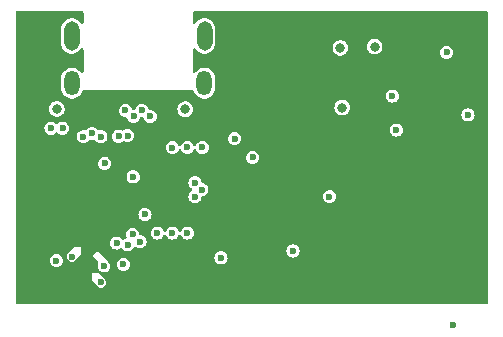
<source format=gbr>
%TF.GenerationSoftware,KiCad,Pcbnew,7.0.7*%
%TF.CreationDate,2023-12-08T19:41:31-05:00*%
%TF.ProjectId,pixie-rev-4,70697869-652d-4726-9576-2d342e6b6963,rev?*%
%TF.SameCoordinates,Original*%
%TF.FileFunction,Copper,L2,Inr*%
%TF.FilePolarity,Positive*%
%FSLAX46Y46*%
G04 Gerber Fmt 4.6, Leading zero omitted, Abs format (unit mm)*
G04 Created by KiCad (PCBNEW 7.0.7) date 2023-12-08 19:41:31*
%MOMM*%
%LPD*%
G01*
G04 APERTURE LIST*
%TA.AperFunction,ComponentPad*%
%ADD10O,1.300000X2.100000*%
%TD*%
%TA.AperFunction,ComponentPad*%
%ADD11O,1.300000X2.500000*%
%TD*%
%TA.AperFunction,ComponentPad*%
%ADD12R,0.900000X0.500000*%
%TD*%
%TA.AperFunction,ViaPad*%
%ADD13C,0.600000*%
%TD*%
%TA.AperFunction,ViaPad*%
%ADD14C,0.681000*%
%TD*%
%TA.AperFunction,ViaPad*%
%ADD15C,0.808000*%
%TD*%
G04 APERTURE END LIST*
D10*
%TO.N,unconnected-(J201-SHEILD-PadS1)*%
%TO.C,J201*%
X165980000Y-46100000D03*
D11*
%TO.N,unconnected-(J201-SHEILD-PadS2)*%
X166000000Y-42100000D03*
D10*
%TO.N,unconnected-(J201-SHEILD-PadS3)*%
X154780000Y-46100000D03*
D11*
%TO.N,unconnected-(J201-SHEILD-PadS4)*%
X154760000Y-42100000D03*
%TD*%
D12*
%TO.N,GND*%
%TO.C,AE301*%
X151500000Y-64550000D03*
%TD*%
D13*
%TO.N,GND*%
X150500000Y-61100000D03*
X163950000Y-61390000D03*
X161220000Y-60280000D03*
X154760000Y-60780000D03*
X166200000Y-50200000D03*
X155050000Y-52750000D03*
X155250000Y-61425000D03*
X151500000Y-53800000D03*
X169400000Y-43300000D03*
X164500000Y-64500000D03*
D14*
X178958290Y-43137499D03*
D13*
X150500000Y-62800000D03*
X152100000Y-49200000D03*
X166500000Y-59700000D03*
X170500000Y-49800000D03*
X150500000Y-59400000D03*
X176400000Y-40500000D03*
X170300000Y-47200000D03*
X168900000Y-59700000D03*
X150500000Y-57700000D03*
X154650000Y-53500000D03*
X173900000Y-61600000D03*
X150500000Y-50900000D03*
X156700000Y-61325000D03*
X155600000Y-64500000D03*
X177075000Y-58275000D03*
X165600000Y-64500000D03*
X158325000Y-57825000D03*
X152300000Y-63700000D03*
X163410000Y-50700000D03*
X188299999Y-40500000D03*
X157300000Y-55050000D03*
X152425000Y-53800000D03*
X189500000Y-52600000D03*
X165950000Y-53985500D03*
X180900000Y-51600000D03*
X171075000Y-53375000D03*
X156400000Y-47280000D03*
X152800000Y-59500000D03*
X173400000Y-52100000D03*
X178900000Y-53900000D03*
X160075000Y-64500000D03*
X163400000Y-64500000D03*
X151800000Y-59500000D03*
X154360000Y-61560000D03*
X180900000Y-52700000D03*
X151275000Y-58700000D03*
X158650000Y-62150000D03*
X168470000Y-57490000D03*
X150500000Y-63700000D03*
X154525000Y-62625000D03*
X153600000Y-62900000D03*
X155225000Y-62150000D03*
X152900000Y-54800000D03*
X189500000Y-62800000D03*
X170900000Y-56600000D03*
X156400000Y-56975000D03*
X150500000Y-56000000D03*
X177800000Y-46700000D03*
X166700000Y-64500000D03*
X152250000Y-51550000D03*
X154500000Y-64500000D03*
X173000000Y-40500000D03*
X150518219Y-64527124D03*
X157825000Y-62400000D03*
X169540000Y-61400000D03*
D14*
X180200000Y-48550000D03*
D13*
X173625000Y-56800000D03*
X158900000Y-64500000D03*
D14*
X180200000Y-49550000D03*
D13*
X157240000Y-62960000D03*
X152275000Y-52600000D03*
X158663243Y-60486757D03*
X154850000Y-51150000D03*
X155400000Y-53950000D03*
X154750000Y-51950000D03*
X150500000Y-44100000D03*
X153800000Y-55300000D03*
X162000000Y-63400000D03*
X173000000Y-46800000D03*
X155950000Y-63900000D03*
X153000000Y-63600000D03*
X150500000Y-54300000D03*
X157300000Y-55925000D03*
X152000000Y-46000000D03*
X152500000Y-60700000D03*
X157275000Y-56950000D03*
X156700000Y-64500000D03*
X166900000Y-49750000D03*
X158275000Y-63275000D03*
X189500000Y-42400000D03*
X169600000Y-40500000D03*
X175300000Y-42300000D03*
X161200000Y-64500000D03*
X151400000Y-63700000D03*
X159175000Y-55925000D03*
X164730000Y-50330000D03*
X180700000Y-63700000D03*
X152100000Y-50540000D03*
X168600000Y-53750000D03*
X165500000Y-58800000D03*
X165200000Y-56900000D03*
X150500000Y-40700000D03*
X155300000Y-59500000D03*
X175500000Y-44600000D03*
X168600000Y-52278111D03*
X172800000Y-43500000D03*
X174700000Y-58700000D03*
X166897954Y-47398977D03*
X175750000Y-48300000D03*
X157500000Y-61600000D03*
X161850000Y-54025000D03*
X159900000Y-62700000D03*
X175000000Y-54000000D03*
X189500000Y-59400000D03*
X152600000Y-64429978D03*
X153400000Y-40500000D03*
X158300000Y-55925000D03*
X180700000Y-45300000D03*
X156400000Y-55925000D03*
X162600000Y-56900000D03*
X161274204Y-51816717D03*
X187800000Y-55600000D03*
X166900000Y-51250000D03*
X181500000Y-40500000D03*
X152300000Y-42500000D03*
X183600000Y-50690000D03*
X159175000Y-56950000D03*
X153500000Y-58800000D03*
X165425000Y-49250000D03*
X189500000Y-45800000D03*
X154100000Y-52800000D03*
X162300000Y-64500000D03*
X162610000Y-61394500D03*
X155100000Y-49850000D03*
X155050000Y-64100000D03*
X153500000Y-51500000D03*
X156550000Y-63425000D03*
X150500000Y-47500000D03*
X167100000Y-44000000D03*
X163900000Y-56900000D03*
X153400000Y-44500000D03*
X164380000Y-47280000D03*
X158300000Y-55050000D03*
X170530000Y-58730000D03*
X155300000Y-58870000D03*
X163500000Y-54025000D03*
X186000000Y-53000000D03*
X166800000Y-56475000D03*
X157800000Y-64500000D03*
X184900000Y-40500000D03*
X189500000Y-56000000D03*
X158300000Y-56975000D03*
X153800000Y-56100000D03*
X189500000Y-49200000D03*
%TO.N,/SW_4*%
X158550000Y-59631757D03*
X187000000Y-66600000D03*
%TO.N,/SW_1*%
X181900000Y-47175000D03*
X165190000Y-54510000D03*
%TO.N,/SW_2*%
X176570000Y-55700000D03*
X165190000Y-55700000D03*
%TO.N,/PIXEL*%
X182238556Y-50050000D03*
X186500000Y-43475000D03*
X165770000Y-55110000D03*
%TO.N,/SW_3*%
X159925000Y-58887500D03*
X173500000Y-60300000D03*
D15*
%TO.N,5V*%
X177650000Y-48150000D03*
X177500000Y-43100000D03*
X180400000Y-43000000D03*
X153500000Y-48270000D03*
X164375000Y-48300000D03*
D13*
%TO.N,3V3*%
X160960000Y-57200000D03*
X159960000Y-54020000D03*
X159125000Y-61425000D03*
X160545000Y-59507828D03*
X153450000Y-61125000D03*
%TO.N,/MCU/CHIP_PU*%
X188300000Y-48775000D03*
X167390000Y-60875000D03*
X159500000Y-59774500D03*
%TO.N,/Power/USB_D+*%
X160700000Y-48400000D03*
X159300000Y-48400000D03*
X153000000Y-49900000D03*
%TO.N,/Power/USB_D-*%
X160000000Y-48900000D03*
X161400000Y-48900000D03*
X154000000Y-49900000D03*
%TO.N,/MCU/DISP_DC*%
X170075000Y-52375000D03*
X168554622Y-50774500D03*
%TO.N,/MCU/FLASH_CS0*%
X162000000Y-58780000D03*
X157550000Y-52875000D03*
%TO.N,/MCU/FLASH_IO0*%
X156475000Y-50340000D03*
X165805000Y-51530000D03*
%TO.N,/MCU/FLASH_IO2*%
X158720000Y-50580000D03*
X164550000Y-58775000D03*
%TO.N,/MCU/FLASH_CLK*%
X164550000Y-51525000D03*
X157225000Y-50610000D03*
%TO.N,/MCU/FLASH_IO1*%
X163275000Y-58775000D03*
X155730000Y-50610000D03*
%TO.N,/MCU/FLASH_IO3*%
X159480000Y-50521770D03*
X163275000Y-51540000D03*
%TD*%
%TA.AperFunction,Conductor*%
%TO.N,GND*%
G36*
X155701621Y-40020502D02*
G01*
X155748114Y-40074158D01*
X155759500Y-40126500D01*
X155759500Y-40951947D01*
X155739498Y-41020068D01*
X155685842Y-41066561D01*
X155615568Y-41076665D01*
X155550988Y-41047171D01*
X155524381Y-41014948D01*
X155495785Y-40965419D01*
X155495784Y-40965418D01*
X155368561Y-40824122D01*
X155214741Y-40712365D01*
X155041045Y-40635031D01*
X154855067Y-40595500D01*
X154664933Y-40595500D01*
X154478954Y-40635031D01*
X154305258Y-40712365D01*
X154151438Y-40824122D01*
X154024215Y-40965418D01*
X154024215Y-40965419D01*
X153929148Y-41130077D01*
X153870391Y-41310908D01*
X153855500Y-41452593D01*
X153855500Y-42747406D01*
X153870391Y-42889091D01*
X153903388Y-42990644D01*
X153929147Y-43069920D01*
X154024214Y-43234580D01*
X154151438Y-43375877D01*
X154305259Y-43487635D01*
X154478955Y-43564969D01*
X154664933Y-43604500D01*
X154855067Y-43604500D01*
X155041045Y-43564969D01*
X155214741Y-43487635D01*
X155368562Y-43375877D01*
X155495786Y-43234580D01*
X155524381Y-43185051D01*
X155575764Y-43136059D01*
X155645477Y-43122623D01*
X155711388Y-43149009D01*
X155752570Y-43206842D01*
X155759500Y-43248052D01*
X155759500Y-45117306D01*
X155739498Y-45185427D01*
X155685842Y-45231920D01*
X155615568Y-45242024D01*
X155550988Y-45212530D01*
X155524382Y-45180309D01*
X155515786Y-45165420D01*
X155388562Y-45024123D01*
X155234741Y-44912365D01*
X155061045Y-44835031D01*
X154875067Y-44795500D01*
X154684933Y-44795500D01*
X154498954Y-44835031D01*
X154325258Y-44912365D01*
X154171438Y-45024122D01*
X154044215Y-45165418D01*
X154044214Y-45165420D01*
X154032663Y-45185427D01*
X153949148Y-45330077D01*
X153890391Y-45510908D01*
X153875500Y-45652593D01*
X153875500Y-46547406D01*
X153890391Y-46689091D01*
X153919775Y-46779523D01*
X153949147Y-46869920D01*
X154044214Y-47034580D01*
X154171438Y-47175877D01*
X154325259Y-47287635D01*
X154498955Y-47364969D01*
X154684933Y-47404500D01*
X154875067Y-47404500D01*
X155061045Y-47364969D01*
X155234741Y-47287635D01*
X155388562Y-47175877D01*
X155515786Y-47034580D01*
X155610853Y-46869920D01*
X155653848Y-46737594D01*
X155693922Y-46678989D01*
X155737176Y-46660709D01*
X155736924Y-46660098D01*
X155736982Y-46660074D01*
X155740186Y-46659437D01*
X155759318Y-46651352D01*
X155773604Y-46650531D01*
X155785023Y-46650524D01*
X155785023Y-46650526D01*
X155785158Y-46650500D01*
X164974842Y-46650500D01*
X164974976Y-46650526D01*
X164974977Y-46650524D01*
X164986395Y-46650531D01*
X165010095Y-46657505D01*
X165023018Y-46660074D01*
X165023076Y-46660098D01*
X165022623Y-46661192D01*
X165054504Y-46670575D01*
X165100964Y-46724259D01*
X165106151Y-46737594D01*
X165119775Y-46779523D01*
X165149147Y-46869920D01*
X165244214Y-47034580D01*
X165371438Y-47175877D01*
X165525259Y-47287635D01*
X165698955Y-47364969D01*
X165884933Y-47404500D01*
X166075067Y-47404500D01*
X166261045Y-47364969D01*
X166434741Y-47287635D01*
X166588562Y-47175877D01*
X166589352Y-47175000D01*
X181340715Y-47175000D01*
X181359771Y-47319752D01*
X181415644Y-47454641D01*
X181415649Y-47454649D01*
X181504525Y-47570474D01*
X181620350Y-47659350D01*
X181620357Y-47659355D01*
X181755246Y-47715228D01*
X181822500Y-47724082D01*
X181899999Y-47734285D01*
X181899999Y-47734284D01*
X181900000Y-47734285D01*
X182044754Y-47715228D01*
X182179643Y-47659355D01*
X182295474Y-47570474D01*
X182384355Y-47454643D01*
X182440228Y-47319754D01*
X182459285Y-47175000D01*
X182440228Y-47030246D01*
X182384355Y-46895358D01*
X182295474Y-46779526D01*
X182295472Y-46779524D01*
X182295471Y-46779523D01*
X182179649Y-46690649D01*
X182179641Y-46690644D01*
X182044752Y-46634771D01*
X181900000Y-46615715D01*
X181755247Y-46634771D01*
X181700364Y-46657505D01*
X181620358Y-46690645D01*
X181620357Y-46690646D01*
X181620356Y-46690646D01*
X181504526Y-46779526D01*
X181415646Y-46895356D01*
X181415645Y-46895358D01*
X181387708Y-46962802D01*
X181359771Y-47030247D01*
X181340715Y-47174999D01*
X181340715Y-47175000D01*
X166589352Y-47175000D01*
X166715786Y-47034580D01*
X166810853Y-46869920D01*
X166869608Y-46689092D01*
X166884500Y-46547401D01*
X166884500Y-45652599D01*
X166869608Y-45510908D01*
X166810853Y-45330080D01*
X166715786Y-45165420D01*
X166588562Y-45024123D01*
X166434741Y-44912365D01*
X166261045Y-44835031D01*
X166075067Y-44795500D01*
X165884933Y-44795500D01*
X165698954Y-44835031D01*
X165525258Y-44912365D01*
X165371438Y-45024122D01*
X165244215Y-45165418D01*
X165244212Y-45165422D01*
X165235617Y-45180310D01*
X165184233Y-45229302D01*
X165114519Y-45242737D01*
X165048609Y-45216349D01*
X165007428Y-45158516D01*
X165000499Y-45117308D01*
X165000499Y-43330246D01*
X165000499Y-43248049D01*
X165020501Y-43179930D01*
X165074157Y-43133437D01*
X165144431Y-43123333D01*
X165209011Y-43152827D01*
X165235616Y-43185048D01*
X165264214Y-43234580D01*
X165391438Y-43375877D01*
X165545259Y-43487635D01*
X165718955Y-43564969D01*
X165904933Y-43604500D01*
X166095067Y-43604500D01*
X166281045Y-43564969D01*
X166454741Y-43487635D01*
X166608562Y-43375877D01*
X166735786Y-43234580D01*
X166813485Y-43100002D01*
X176836664Y-43100002D01*
X176855937Y-43258742D01*
X176855938Y-43258746D01*
X176912644Y-43408265D01*
X176912647Y-43408271D01*
X177003484Y-43539871D01*
X177003485Y-43539872D01*
X177003486Y-43539873D01*
X177123182Y-43645915D01*
X177264778Y-43720230D01*
X177420044Y-43758500D01*
X177420045Y-43758500D01*
X177579955Y-43758500D01*
X177579956Y-43758500D01*
X177735222Y-43720230D01*
X177876818Y-43645915D01*
X177996514Y-43539873D01*
X178087355Y-43408268D01*
X178144061Y-43258747D01*
X178146996Y-43234581D01*
X178163336Y-43100002D01*
X178163336Y-43099997D01*
X178151195Y-43000002D01*
X179736664Y-43000002D01*
X179755937Y-43158742D01*
X179755938Y-43158746D01*
X179812644Y-43308265D01*
X179812647Y-43308271D01*
X179903484Y-43439871D01*
X179903485Y-43439872D01*
X179903486Y-43439873D01*
X180023182Y-43545915D01*
X180164778Y-43620230D01*
X180320044Y-43658500D01*
X180320045Y-43658500D01*
X180479955Y-43658500D01*
X180479956Y-43658500D01*
X180635222Y-43620230D01*
X180776818Y-43545915D01*
X180856864Y-43475000D01*
X185940715Y-43475000D01*
X185959771Y-43619752D01*
X186015644Y-43754641D01*
X186015649Y-43754649D01*
X186104525Y-43870474D01*
X186220350Y-43959350D01*
X186220357Y-43959355D01*
X186355246Y-44015228D01*
X186427623Y-44024756D01*
X186499999Y-44034285D01*
X186499999Y-44034284D01*
X186500000Y-44034285D01*
X186644754Y-44015228D01*
X186779643Y-43959355D01*
X186895474Y-43870474D01*
X186984355Y-43754643D01*
X187040228Y-43619754D01*
X187059285Y-43475000D01*
X187054660Y-43439873D01*
X187040228Y-43330247D01*
X187040228Y-43330246D01*
X186984355Y-43195358D01*
X186895474Y-43079526D01*
X186895472Y-43079524D01*
X186895471Y-43079523D01*
X186779649Y-42990649D01*
X186779641Y-42990644D01*
X186644752Y-42934771D01*
X186500000Y-42915715D01*
X186355247Y-42934771D01*
X186287802Y-42962708D01*
X186220358Y-42990645D01*
X186220357Y-42990646D01*
X186220356Y-42990646D01*
X186104526Y-43079526D01*
X186015646Y-43195356D01*
X186015645Y-43195358D01*
X185999400Y-43234577D01*
X185959771Y-43330247D01*
X185940715Y-43474999D01*
X185940715Y-43475000D01*
X180856864Y-43475000D01*
X180896514Y-43439873D01*
X180987355Y-43308268D01*
X181044061Y-43158747D01*
X181045244Y-43149009D01*
X181063336Y-43000002D01*
X181063336Y-42999997D01*
X181044062Y-42841257D01*
X181044061Y-42841253D01*
X181025280Y-42791732D01*
X180987355Y-42691732D01*
X180896514Y-42560127D01*
X180776818Y-42454085D01*
X180776817Y-42454084D01*
X180776813Y-42454082D01*
X180635220Y-42379769D01*
X180479957Y-42341500D01*
X180479956Y-42341500D01*
X180320044Y-42341500D01*
X180320042Y-42341500D01*
X180164779Y-42379769D01*
X180023186Y-42454082D01*
X180023182Y-42454084D01*
X179903484Y-42560128D01*
X179812647Y-42691728D01*
X179812644Y-42691734D01*
X179755938Y-42841253D01*
X179755937Y-42841257D01*
X179736664Y-42999997D01*
X179736664Y-43000002D01*
X178151195Y-43000002D01*
X178144062Y-42941257D01*
X178144061Y-42941253D01*
X178124279Y-42889092D01*
X178087355Y-42791732D01*
X177996514Y-42660127D01*
X177876818Y-42554085D01*
X177876817Y-42554084D01*
X177876813Y-42554082D01*
X177735220Y-42479769D01*
X177579957Y-42441500D01*
X177579956Y-42441500D01*
X177420044Y-42441500D01*
X177420042Y-42441500D01*
X177264779Y-42479769D01*
X177123186Y-42554082D01*
X177123182Y-42554084D01*
X177003484Y-42660128D01*
X176912647Y-42791728D01*
X176912644Y-42791734D01*
X176855938Y-42941253D01*
X176855937Y-42941257D01*
X176836664Y-43099997D01*
X176836664Y-43100002D01*
X166813485Y-43100002D01*
X166830853Y-43069920D01*
X166889608Y-42889092D01*
X166904500Y-42747401D01*
X166904500Y-41452599D01*
X166889608Y-41310908D01*
X166830853Y-41130080D01*
X166735786Y-40965420D01*
X166608562Y-40824123D01*
X166454741Y-40712365D01*
X166281045Y-40635031D01*
X166095067Y-40595500D01*
X165904933Y-40595500D01*
X165718954Y-40635031D01*
X165545258Y-40712365D01*
X165391438Y-40824122D01*
X165264215Y-40965418D01*
X165264215Y-40965419D01*
X165235617Y-41014950D01*
X165184233Y-41063942D01*
X165114519Y-41077376D01*
X165048609Y-41050988D01*
X165007428Y-40993155D01*
X165000499Y-40951952D01*
X165000499Y-40126500D01*
X165020502Y-40058379D01*
X165074158Y-40011886D01*
X165126500Y-40000500D01*
X189873500Y-40000500D01*
X189941621Y-40020502D01*
X189988114Y-40074158D01*
X189999500Y-40126500D01*
X189999500Y-64674000D01*
X189979498Y-64742121D01*
X189925842Y-64788614D01*
X189873500Y-64800000D01*
X150126500Y-64800000D01*
X150058379Y-64779998D01*
X150011886Y-64726342D01*
X150000500Y-64674000D01*
X150000500Y-62200000D01*
X156440000Y-62200000D01*
X156450000Y-62750000D01*
X157130000Y-63390000D01*
X157380000Y-63390000D01*
X157640000Y-63110000D01*
X157640000Y-62820000D01*
X157573386Y-62749999D01*
X157050002Y-62200000D01*
X157050000Y-62200000D01*
X156440000Y-62200000D01*
X150000500Y-62200000D01*
X150000500Y-61125000D01*
X152890715Y-61125000D01*
X152909771Y-61269752D01*
X152965644Y-61404641D01*
X152965649Y-61404649D01*
X153054525Y-61520474D01*
X153118748Y-61569754D01*
X153170357Y-61609355D01*
X153305246Y-61665228D01*
X153450000Y-61684285D01*
X153594754Y-61665228D01*
X153729643Y-61609355D01*
X153845474Y-61520474D01*
X153934355Y-61404643D01*
X153990228Y-61269754D01*
X154009285Y-61125000D01*
X153990228Y-60980246D01*
X153961131Y-60910000D01*
X154370000Y-60910000D01*
X154630000Y-61190000D01*
X154880000Y-61190000D01*
X155414689Y-60686763D01*
X156488235Y-60686763D01*
X156964449Y-61177792D01*
X156997516Y-61240618D01*
X157000000Y-61265513D01*
X157000000Y-61600006D01*
X157020252Y-61740859D01*
X157020254Y-61740866D01*
X157079373Y-61870320D01*
X157079374Y-61870321D01*
X157172570Y-61977875D01*
X157183694Y-61985024D01*
X157186928Y-61988756D01*
X157190668Y-61989668D01*
X157195662Y-61992715D01*
X157292292Y-62054816D01*
X157408551Y-62088952D01*
X157428839Y-62094910D01*
X157428840Y-62094910D01*
X157428843Y-62094911D01*
X157428846Y-62094911D01*
X157571154Y-62094911D01*
X157571157Y-62094911D01*
X157707708Y-62054816D01*
X157827430Y-61977875D01*
X157920627Y-61870320D01*
X157979746Y-61740866D01*
X157984955Y-61704641D01*
X158000000Y-61600003D01*
X158000000Y-61599996D01*
X157979747Y-61459140D01*
X157979746Y-61459139D01*
X157979746Y-61459134D01*
X157967011Y-61431250D01*
X157966113Y-61425000D01*
X158565715Y-61425000D01*
X158584771Y-61569752D01*
X158640644Y-61704641D01*
X158640649Y-61704649D01*
X158729525Y-61820474D01*
X158794487Y-61870321D01*
X158845357Y-61909355D01*
X158980246Y-61965228D01*
X159125000Y-61984285D01*
X159269754Y-61965228D01*
X159404643Y-61909355D01*
X159520474Y-61820474D01*
X159609355Y-61704643D01*
X159665228Y-61569754D01*
X159684285Y-61425000D01*
X159665228Y-61280246D01*
X159609355Y-61145358D01*
X159520474Y-61029526D01*
X159520472Y-61029524D01*
X159520471Y-61029523D01*
X159404649Y-60940649D01*
X159404641Y-60940644D01*
X159269752Y-60884771D01*
X159195530Y-60875000D01*
X166830715Y-60875000D01*
X166849771Y-61019752D01*
X166905644Y-61154641D01*
X166905649Y-61154649D01*
X166994525Y-61270474D01*
X167110350Y-61359350D01*
X167110357Y-61359355D01*
X167245246Y-61415228D01*
X167390000Y-61434285D01*
X167534754Y-61415228D01*
X167669643Y-61359355D01*
X167785474Y-61270474D01*
X167874355Y-61154643D01*
X167930228Y-61019754D01*
X167949285Y-60875000D01*
X167945382Y-60845357D01*
X167939756Y-60802622D01*
X167930228Y-60730246D01*
X167874355Y-60595358D01*
X167785474Y-60479526D01*
X167785472Y-60479524D01*
X167785471Y-60479523D01*
X167669649Y-60390649D01*
X167669641Y-60390644D01*
X167534752Y-60334771D01*
X167390000Y-60315715D01*
X167245247Y-60334771D01*
X167177801Y-60362708D01*
X167110358Y-60390645D01*
X167110357Y-60390646D01*
X167110356Y-60390646D01*
X166994526Y-60479526D01*
X166905646Y-60595356D01*
X166905645Y-60595358D01*
X166886886Y-60640646D01*
X166849771Y-60730247D01*
X166830715Y-60874999D01*
X166830715Y-60875000D01*
X159195530Y-60875000D01*
X159125000Y-60865715D01*
X158980247Y-60884771D01*
X158919341Y-60910000D01*
X158845358Y-60940645D01*
X158845357Y-60940646D01*
X158845356Y-60940646D01*
X158729526Y-61029526D01*
X158640646Y-61145356D01*
X158640645Y-61145358D01*
X158616479Y-61203700D01*
X158584771Y-61280247D01*
X158565715Y-61424999D01*
X158565715Y-61425000D01*
X157966113Y-61425000D01*
X157960811Y-61388122D01*
X157941038Y-61364122D01*
X157923670Y-61336343D01*
X157920627Y-61329681D01*
X157920626Y-61329679D01*
X157827430Y-61222125D01*
X157823596Y-61218803D01*
X157808864Y-61203700D01*
X157716053Y-61091053D01*
X157716054Y-61091053D01*
X156912499Y-60262499D01*
X156488235Y-60686763D01*
X155414689Y-60686763D01*
X155560000Y-60550000D01*
X155570000Y-60000000D01*
X154960000Y-60000000D01*
X154959998Y-60000000D01*
X154370000Y-60619999D01*
X154370000Y-60620000D01*
X154370000Y-60910000D01*
X153961131Y-60910000D01*
X153934355Y-60845358D01*
X153845474Y-60729526D01*
X153845472Y-60729524D01*
X153845471Y-60729523D01*
X153729649Y-60640649D01*
X153729641Y-60640644D01*
X153594752Y-60584771D01*
X153450000Y-60565715D01*
X153305247Y-60584771D01*
X153279689Y-60595358D01*
X153170358Y-60640645D01*
X153170357Y-60640646D01*
X153170356Y-60640646D01*
X153054526Y-60729526D01*
X152965646Y-60845356D01*
X152965645Y-60845358D01*
X152949319Y-60884772D01*
X152909771Y-60980247D01*
X152890715Y-61124999D01*
X152890715Y-61125000D01*
X150000500Y-61125000D01*
X150000500Y-59631757D01*
X157990715Y-59631757D01*
X158009771Y-59776509D01*
X158065644Y-59911398D01*
X158065649Y-59911406D01*
X158154525Y-60027231D01*
X158270350Y-60116107D01*
X158270357Y-60116112D01*
X158405246Y-60171985D01*
X158550000Y-60191042D01*
X158694754Y-60171985D01*
X158829643Y-60116112D01*
X158876680Y-60080018D01*
X158942899Y-60054418D01*
X159012448Y-60068682D01*
X159053346Y-60103276D01*
X159063196Y-60116112D01*
X159093225Y-60155247D01*
X159104527Y-60169975D01*
X159107146Y-60171985D01*
X159220357Y-60258855D01*
X159355246Y-60314728D01*
X159500000Y-60333785D01*
X159644754Y-60314728D01*
X159680310Y-60300000D01*
X172940715Y-60300000D01*
X172959771Y-60444752D01*
X173015644Y-60579641D01*
X173015649Y-60579649D01*
X173104525Y-60695474D01*
X173220350Y-60784350D01*
X173220357Y-60784355D01*
X173355246Y-60840228D01*
X173500000Y-60859285D01*
X173644754Y-60840228D01*
X173779643Y-60784355D01*
X173895474Y-60695474D01*
X173984355Y-60579643D01*
X174040228Y-60444754D01*
X174059285Y-60300000D01*
X174040228Y-60155246D01*
X173984355Y-60020358D01*
X173895474Y-59904526D01*
X173895472Y-59904524D01*
X173895471Y-59904523D01*
X173779649Y-59815649D01*
X173779641Y-59815644D01*
X173644752Y-59759771D01*
X173500000Y-59740715D01*
X173355247Y-59759771D01*
X173301943Y-59781851D01*
X173220358Y-59815645D01*
X173220357Y-59815646D01*
X173220356Y-59815646D01*
X173104526Y-59904526D01*
X173015646Y-60020356D01*
X173015645Y-60020358D01*
X172990932Y-60080019D01*
X172959771Y-60155247D01*
X172940715Y-60299999D01*
X172940715Y-60300000D01*
X159680310Y-60300000D01*
X159779643Y-60258855D01*
X159895474Y-60169974D01*
X159984355Y-60054143D01*
X160008764Y-59995214D01*
X160053309Y-59939936D01*
X160120672Y-59917514D01*
X160189464Y-59935072D01*
X160201873Y-59943469D01*
X160265357Y-59992183D01*
X160400246Y-60048056D01*
X160448571Y-60054418D01*
X160544999Y-60067113D01*
X160544999Y-60067112D01*
X160545000Y-60067113D01*
X160689754Y-60048056D01*
X160824643Y-59992183D01*
X160940474Y-59903302D01*
X161029355Y-59787471D01*
X161085228Y-59652582D01*
X161104285Y-59507828D01*
X161102577Y-59494858D01*
X161085228Y-59363075D01*
X161085228Y-59363074D01*
X161029355Y-59228186D01*
X160940474Y-59112354D01*
X160940472Y-59112352D01*
X160940471Y-59112351D01*
X160824649Y-59023477D01*
X160824641Y-59023472D01*
X160689752Y-58967599D01*
X160587247Y-58954104D01*
X160522320Y-58925381D01*
X160483229Y-58866115D01*
X160478773Y-58845633D01*
X160470132Y-58780000D01*
X161440715Y-58780000D01*
X161459771Y-58924752D01*
X161515644Y-59059641D01*
X161515649Y-59059649D01*
X161604525Y-59175474D01*
X161720350Y-59264350D01*
X161720357Y-59264355D01*
X161855246Y-59320228D01*
X162000000Y-59339285D01*
X162144754Y-59320228D01*
X162279643Y-59264355D01*
X162395474Y-59175474D01*
X162484355Y-59059643D01*
X162522128Y-58968449D01*
X162566674Y-58913172D01*
X162634037Y-58890751D01*
X162702828Y-58908309D01*
X162751207Y-58960271D01*
X162754937Y-58968438D01*
X162790645Y-59054643D01*
X162790647Y-59054646D01*
X162790649Y-59054649D01*
X162879525Y-59170474D01*
X162995350Y-59259350D01*
X162995357Y-59259355D01*
X163130246Y-59315228D01*
X163275000Y-59334285D01*
X163419754Y-59315228D01*
X163554643Y-59259355D01*
X163670474Y-59170474D01*
X163759355Y-59054643D01*
X163796092Y-58965951D01*
X163840639Y-58910672D01*
X163908003Y-58888251D01*
X163976794Y-58905809D01*
X164025172Y-58957771D01*
X164028901Y-58965936D01*
X164052734Y-59023472D01*
X164065644Y-59054641D01*
X164065649Y-59054649D01*
X164154525Y-59170474D01*
X164270350Y-59259350D01*
X164270357Y-59259355D01*
X164405246Y-59315228D01*
X164550000Y-59334285D01*
X164694754Y-59315228D01*
X164829643Y-59259355D01*
X164945474Y-59170474D01*
X165034355Y-59054643D01*
X165090228Y-58919754D01*
X165109285Y-58775000D01*
X165090228Y-58630246D01*
X165034355Y-58495358D01*
X164945474Y-58379526D01*
X164945472Y-58379524D01*
X164945471Y-58379523D01*
X164829649Y-58290649D01*
X164829641Y-58290644D01*
X164694752Y-58234771D01*
X164550000Y-58215715D01*
X164405247Y-58234771D01*
X164337801Y-58262708D01*
X164270358Y-58290645D01*
X164270357Y-58290646D01*
X164270356Y-58290646D01*
X164154526Y-58379526D01*
X164065646Y-58495356D01*
X164065642Y-58495363D01*
X164028908Y-58584047D01*
X163984360Y-58639328D01*
X163916996Y-58661748D01*
X163848205Y-58644189D01*
X163799827Y-58592227D01*
X163796092Y-58584047D01*
X163764421Y-58507590D01*
X163759355Y-58495358D01*
X163670474Y-58379526D01*
X163670472Y-58379524D01*
X163670471Y-58379523D01*
X163554649Y-58290649D01*
X163554641Y-58290644D01*
X163419752Y-58234771D01*
X163275000Y-58215715D01*
X163130247Y-58234771D01*
X163062801Y-58262708D01*
X162995358Y-58290645D01*
X162995357Y-58290646D01*
X162995356Y-58290646D01*
X162879526Y-58379526D01*
X162790646Y-58495356D01*
X162790642Y-58495363D01*
X162752872Y-58586547D01*
X162708324Y-58641828D01*
X162640960Y-58664248D01*
X162572169Y-58646689D01*
X162523791Y-58594727D01*
X162520061Y-58586560D01*
X162484355Y-58500358D01*
X162395474Y-58384526D01*
X162395472Y-58384524D01*
X162395471Y-58384523D01*
X162279649Y-58295649D01*
X162279641Y-58295644D01*
X162144752Y-58239771D01*
X162000000Y-58220715D01*
X161855247Y-58239771D01*
X161787801Y-58267708D01*
X161720358Y-58295645D01*
X161720357Y-58295646D01*
X161720356Y-58295646D01*
X161604526Y-58384526D01*
X161515646Y-58500356D01*
X161515645Y-58500358D01*
X161515645Y-58500359D01*
X161459771Y-58635247D01*
X161440715Y-58779999D01*
X161440715Y-58780000D01*
X160470132Y-58780000D01*
X160465228Y-58742746D01*
X160409355Y-58607858D01*
X160320474Y-58492026D01*
X160320472Y-58492024D01*
X160320471Y-58492023D01*
X160204649Y-58403149D01*
X160204641Y-58403144D01*
X160069752Y-58347271D01*
X159925000Y-58328215D01*
X159780247Y-58347271D01*
X159712801Y-58375208D01*
X159645358Y-58403145D01*
X159645357Y-58403146D01*
X159645356Y-58403146D01*
X159529526Y-58492026D01*
X159440646Y-58607856D01*
X159440645Y-58607858D01*
X159429300Y-58635247D01*
X159384771Y-58742747D01*
X159365715Y-58887499D01*
X159365715Y-58887500D01*
X159384772Y-59032254D01*
X159403654Y-59077840D01*
X159411243Y-59148429D01*
X159379463Y-59211916D01*
X159335464Y-59242465D01*
X159220363Y-59290142D01*
X159220351Y-59290149D01*
X159173318Y-59326239D01*
X159107097Y-59351839D01*
X159037549Y-59337574D01*
X158996653Y-59302980D01*
X158945474Y-59236282D01*
X158829649Y-59147406D01*
X158829641Y-59147401D01*
X158694752Y-59091528D01*
X158550000Y-59072472D01*
X158405247Y-59091528D01*
X158337801Y-59119465D01*
X158270358Y-59147402D01*
X158270357Y-59147403D01*
X158270356Y-59147403D01*
X158154526Y-59236283D01*
X158065646Y-59352113D01*
X158065645Y-59352115D01*
X158054498Y-59379026D01*
X158009771Y-59487004D01*
X157990715Y-59631756D01*
X157990715Y-59631757D01*
X150000500Y-59631757D01*
X150000500Y-57200000D01*
X160400715Y-57200000D01*
X160419771Y-57344752D01*
X160475644Y-57479641D01*
X160475649Y-57479649D01*
X160564525Y-57595474D01*
X160680350Y-57684350D01*
X160680357Y-57684355D01*
X160815246Y-57740228D01*
X160887623Y-57749756D01*
X160959999Y-57759285D01*
X160959999Y-57759284D01*
X160960000Y-57759285D01*
X161104754Y-57740228D01*
X161239643Y-57684355D01*
X161355474Y-57595474D01*
X161444355Y-57479643D01*
X161500228Y-57344754D01*
X161519285Y-57200000D01*
X161500228Y-57055246D01*
X161444355Y-56920358D01*
X161355474Y-56804526D01*
X161355472Y-56804524D01*
X161355471Y-56804523D01*
X161239649Y-56715649D01*
X161239641Y-56715644D01*
X161104752Y-56659771D01*
X160960000Y-56640715D01*
X160815247Y-56659771D01*
X160747801Y-56687708D01*
X160680358Y-56715645D01*
X160680357Y-56715646D01*
X160680356Y-56715646D01*
X160564526Y-56804526D01*
X160475646Y-56920356D01*
X160475645Y-56920358D01*
X160447708Y-56987801D01*
X160419771Y-57055247D01*
X160400715Y-57199999D01*
X160400715Y-57200000D01*
X150000500Y-57200000D01*
X150000500Y-55700000D01*
X164630715Y-55700000D01*
X164649771Y-55844752D01*
X164705644Y-55979641D01*
X164705649Y-55979649D01*
X164794525Y-56095474D01*
X164910350Y-56184350D01*
X164910357Y-56184355D01*
X165045246Y-56240228D01*
X165190000Y-56259285D01*
X165334754Y-56240228D01*
X165469643Y-56184355D01*
X165585474Y-56095474D01*
X165674355Y-55979643D01*
X165730228Y-55844754D01*
X165740415Y-55767373D01*
X165769137Y-55702447D01*
X165772847Y-55700000D01*
X176010715Y-55700000D01*
X176029771Y-55844752D01*
X176085644Y-55979641D01*
X176085649Y-55979649D01*
X176174525Y-56095474D01*
X176290350Y-56184350D01*
X176290357Y-56184355D01*
X176425246Y-56240228D01*
X176570000Y-56259285D01*
X176714754Y-56240228D01*
X176849643Y-56184355D01*
X176965474Y-56095474D01*
X177054355Y-55979643D01*
X177110228Y-55844754D01*
X177129285Y-55700000D01*
X177122732Y-55650228D01*
X177110228Y-55555247D01*
X177110228Y-55555246D01*
X177054355Y-55420358D01*
X176965474Y-55304526D01*
X176965472Y-55304524D01*
X176965471Y-55304523D01*
X176849649Y-55215649D01*
X176849641Y-55215644D01*
X176714752Y-55159771D01*
X176570000Y-55140715D01*
X176425247Y-55159771D01*
X176369442Y-55182887D01*
X176290358Y-55215645D01*
X176290357Y-55215646D01*
X176290356Y-55215646D01*
X176174526Y-55304526D01*
X176085646Y-55420356D01*
X176085645Y-55420358D01*
X176057708Y-55487802D01*
X176029771Y-55555247D01*
X176010715Y-55699999D01*
X176010715Y-55700000D01*
X165772847Y-55700000D01*
X165828402Y-55663355D01*
X165848882Y-55658900D01*
X165914754Y-55650228D01*
X166049643Y-55594355D01*
X166165474Y-55505474D01*
X166254355Y-55389643D01*
X166310228Y-55254754D01*
X166329285Y-55110000D01*
X166321025Y-55047262D01*
X166310228Y-54965247D01*
X166310228Y-54965246D01*
X166254355Y-54830358D01*
X166165474Y-54714526D01*
X166165472Y-54714524D01*
X166165471Y-54714523D01*
X166049649Y-54625649D01*
X166049641Y-54625644D01*
X165914752Y-54569771D01*
X165850229Y-54561277D01*
X165785302Y-54532554D01*
X165746211Y-54473289D01*
X165741755Y-54452806D01*
X165730228Y-54365246D01*
X165674355Y-54230358D01*
X165585474Y-54114526D01*
X165585472Y-54114524D01*
X165585471Y-54114523D01*
X165469649Y-54025649D01*
X165469641Y-54025644D01*
X165334752Y-53969771D01*
X165190000Y-53950715D01*
X165045247Y-53969771D01*
X164977801Y-53997708D01*
X164910358Y-54025645D01*
X164910357Y-54025646D01*
X164910356Y-54025646D01*
X164794526Y-54114526D01*
X164705646Y-54230356D01*
X164705645Y-54230358D01*
X164677708Y-54297802D01*
X164649771Y-54365247D01*
X164630715Y-54509999D01*
X164630715Y-54510000D01*
X164649771Y-54654752D01*
X164705644Y-54789641D01*
X164705649Y-54789649D01*
X164794525Y-54905474D01*
X164872423Y-54965247D01*
X164910357Y-54994355D01*
X164910361Y-54994356D01*
X164912999Y-54995880D01*
X164914785Y-54997753D01*
X164916909Y-54999383D01*
X164916654Y-54999714D01*
X164961993Y-55047262D01*
X164975430Y-55116976D01*
X164949044Y-55182887D01*
X164913004Y-55214117D01*
X164910361Y-55215642D01*
X164794526Y-55304526D01*
X164705646Y-55420356D01*
X164705645Y-55420358D01*
X164677708Y-55487802D01*
X164649771Y-55555247D01*
X164630715Y-55699999D01*
X164630715Y-55700000D01*
X150000500Y-55700000D01*
X150000500Y-54020000D01*
X159400715Y-54020000D01*
X159419771Y-54164752D01*
X159475644Y-54299641D01*
X159475649Y-54299649D01*
X159564525Y-54415474D01*
X159639871Y-54473289D01*
X159680357Y-54504355D01*
X159815246Y-54560228D01*
X159887623Y-54569756D01*
X159959999Y-54579285D01*
X159959999Y-54579284D01*
X159960000Y-54579285D01*
X160104754Y-54560228D01*
X160239643Y-54504355D01*
X160355474Y-54415474D01*
X160444355Y-54299643D01*
X160500228Y-54164754D01*
X160519285Y-54020000D01*
X160500228Y-53875246D01*
X160444355Y-53740358D01*
X160355474Y-53624526D01*
X160355472Y-53624524D01*
X160355471Y-53624523D01*
X160239649Y-53535649D01*
X160239641Y-53535644D01*
X160104752Y-53479771D01*
X159960000Y-53460715D01*
X159815247Y-53479771D01*
X159747801Y-53507708D01*
X159680358Y-53535645D01*
X159680357Y-53535646D01*
X159680356Y-53535646D01*
X159564526Y-53624526D01*
X159475646Y-53740356D01*
X159475645Y-53740358D01*
X159447708Y-53807802D01*
X159419771Y-53875247D01*
X159400715Y-54019999D01*
X159400715Y-54020000D01*
X150000500Y-54020000D01*
X150000500Y-52875000D01*
X156990715Y-52875000D01*
X157009771Y-53019752D01*
X157065644Y-53154641D01*
X157065649Y-53154649D01*
X157154525Y-53270474D01*
X157270350Y-53359350D01*
X157270357Y-53359355D01*
X157405246Y-53415228D01*
X157550000Y-53434285D01*
X157694754Y-53415228D01*
X157829643Y-53359355D01*
X157945474Y-53270474D01*
X158034355Y-53154643D01*
X158090228Y-53019754D01*
X158109285Y-52875000D01*
X158090228Y-52730246D01*
X158034355Y-52595358D01*
X157945474Y-52479526D01*
X157945472Y-52479524D01*
X157945471Y-52479523D01*
X157829649Y-52390649D01*
X157829641Y-52390644D01*
X157791873Y-52375000D01*
X169515715Y-52375000D01*
X169534771Y-52519752D01*
X169590644Y-52654641D01*
X169590649Y-52654649D01*
X169679525Y-52770474D01*
X169795350Y-52859350D01*
X169795357Y-52859355D01*
X169930246Y-52915228D01*
X170075000Y-52934285D01*
X170219754Y-52915228D01*
X170354643Y-52859355D01*
X170470474Y-52770474D01*
X170559355Y-52654643D01*
X170615228Y-52519754D01*
X170634285Y-52375000D01*
X170615228Y-52230246D01*
X170559355Y-52095358D01*
X170470474Y-51979526D01*
X170470472Y-51979524D01*
X170470471Y-51979523D01*
X170354649Y-51890649D01*
X170354641Y-51890644D01*
X170219752Y-51834771D01*
X170075000Y-51815715D01*
X169930247Y-51834771D01*
X169862801Y-51862708D01*
X169795358Y-51890645D01*
X169795357Y-51890646D01*
X169795356Y-51890646D01*
X169679526Y-51979526D01*
X169590646Y-52095356D01*
X169590645Y-52095358D01*
X169562708Y-52162802D01*
X169534771Y-52230247D01*
X169515715Y-52374999D01*
X169515715Y-52375000D01*
X157791873Y-52375000D01*
X157694752Y-52334771D01*
X157550000Y-52315715D01*
X157405247Y-52334771D01*
X157337801Y-52362708D01*
X157270358Y-52390645D01*
X157270357Y-52390646D01*
X157270356Y-52390646D01*
X157154526Y-52479526D01*
X157065646Y-52595356D01*
X157065645Y-52595358D01*
X157041089Y-52654641D01*
X157009771Y-52730247D01*
X156990715Y-52874999D01*
X156990715Y-52875000D01*
X150000500Y-52875000D01*
X150000500Y-51540000D01*
X162715715Y-51540000D01*
X162734771Y-51684752D01*
X162790644Y-51819641D01*
X162790649Y-51819649D01*
X162879525Y-51935474D01*
X162995350Y-52024350D01*
X162995357Y-52024355D01*
X163130246Y-52080228D01*
X163275000Y-52099285D01*
X163419754Y-52080228D01*
X163554643Y-52024355D01*
X163670474Y-51935474D01*
X163759355Y-51819643D01*
X163799198Y-51723451D01*
X163843745Y-51668172D01*
X163911108Y-51645751D01*
X163979899Y-51663309D01*
X164028278Y-51715271D01*
X164032009Y-51723440D01*
X164065645Y-51804643D01*
X164065647Y-51804646D01*
X164065649Y-51804649D01*
X164154525Y-51920474D01*
X164231483Y-51979526D01*
X164270357Y-52009355D01*
X164405246Y-52065228D01*
X164550000Y-52084285D01*
X164694754Y-52065228D01*
X164829643Y-52009355D01*
X164945474Y-51920474D01*
X165034355Y-51804643D01*
X165060056Y-51742594D01*
X165104603Y-51687314D01*
X165171966Y-51664893D01*
X165240757Y-51682451D01*
X165289136Y-51734412D01*
X165292865Y-51742578D01*
X165320645Y-51809643D01*
X165320647Y-51809646D01*
X165320649Y-51809649D01*
X165409525Y-51925474D01*
X165525350Y-52014350D01*
X165525357Y-52014355D01*
X165660246Y-52070228D01*
X165805000Y-52089285D01*
X165949754Y-52070228D01*
X166084643Y-52014355D01*
X166200474Y-51925474D01*
X166289355Y-51809643D01*
X166345228Y-51674754D01*
X166364285Y-51530000D01*
X166345228Y-51385246D01*
X166289355Y-51250358D01*
X166200474Y-51134526D01*
X166200472Y-51134524D01*
X166200471Y-51134523D01*
X166084649Y-51045649D01*
X166084641Y-51045644D01*
X165949752Y-50989771D01*
X165805000Y-50970715D01*
X165660247Y-50989771D01*
X165596318Y-51016252D01*
X165525358Y-51045645D01*
X165525357Y-51045646D01*
X165525356Y-51045646D01*
X165409526Y-51134526D01*
X165320646Y-51250356D01*
X165320643Y-51250361D01*
X165294943Y-51312406D01*
X165250394Y-51367686D01*
X165183030Y-51390106D01*
X165114239Y-51372547D01*
X165065862Y-51320584D01*
X165062127Y-51312406D01*
X165034355Y-51245358D01*
X164945474Y-51129526D01*
X164945472Y-51129524D01*
X164945471Y-51129523D01*
X164829649Y-51040649D01*
X164829641Y-51040644D01*
X164694752Y-50984771D01*
X164550000Y-50965715D01*
X164405247Y-50984771D01*
X164337801Y-51012708D01*
X164270358Y-51040645D01*
X164270357Y-51040646D01*
X164270356Y-51040646D01*
X164154526Y-51129526D01*
X164065646Y-51245356D01*
X164065642Y-51245363D01*
X164025801Y-51341547D01*
X163981253Y-51396828D01*
X163913889Y-51419248D01*
X163845098Y-51401689D01*
X163796720Y-51349727D01*
X163792993Y-51341568D01*
X163759355Y-51260358D01*
X163670474Y-51144526D01*
X163670472Y-51144524D01*
X163670471Y-51144523D01*
X163554649Y-51055649D01*
X163554641Y-51055644D01*
X163419752Y-50999771D01*
X163275000Y-50980715D01*
X163130247Y-50999771D01*
X163090460Y-51016252D01*
X162995358Y-51055645D01*
X162995357Y-51055646D01*
X162995356Y-51055646D01*
X162879526Y-51144526D01*
X162790646Y-51260356D01*
X162790645Y-51260358D01*
X162769087Y-51312404D01*
X162734771Y-51395247D01*
X162715715Y-51539999D01*
X162715715Y-51540000D01*
X150000500Y-51540000D01*
X150000500Y-50610000D01*
X155170715Y-50610000D01*
X155189771Y-50754752D01*
X155245644Y-50889641D01*
X155245649Y-50889649D01*
X155334525Y-51005474D01*
X155433024Y-51081055D01*
X155450357Y-51094355D01*
X155585246Y-51150228D01*
X155730000Y-51169285D01*
X155874754Y-51150228D01*
X156009643Y-51094355D01*
X156125474Y-51005474D01*
X156188930Y-50922776D01*
X156246269Y-50880909D01*
X156317139Y-50876687D01*
X156322211Y-50878308D01*
X156322270Y-50878091D01*
X156330242Y-50880226D01*
X156330246Y-50880228D01*
X156475000Y-50899285D01*
X156619754Y-50880228D01*
X156619755Y-50880227D01*
X156627733Y-50878090D01*
X156628312Y-50880253D01*
X156687249Y-50873906D01*
X156750742Y-50905673D01*
X156764856Y-50921195D01*
X156829526Y-51005474D01*
X156829528Y-51005476D01*
X156928024Y-51081055D01*
X156945357Y-51094355D01*
X157080246Y-51150228D01*
X157225000Y-51169285D01*
X157369754Y-51150228D01*
X157504643Y-51094355D01*
X157620474Y-51005474D01*
X157709355Y-50889643D01*
X157765228Y-50754754D01*
X157784285Y-50610000D01*
X157780335Y-50580000D01*
X158160715Y-50580000D01*
X158179771Y-50724752D01*
X158235644Y-50859641D01*
X158235649Y-50859649D01*
X158324525Y-50975474D01*
X158429007Y-51055646D01*
X158440357Y-51064355D01*
X158575246Y-51120228D01*
X158720000Y-51139285D01*
X158864754Y-51120228D01*
X158999643Y-51064355D01*
X159062332Y-51016251D01*
X159128551Y-50990650D01*
X159192403Y-51003745D01*
X159192727Y-51002964D01*
X159196782Y-51004643D01*
X159198100Y-51004914D01*
X159200073Y-51006007D01*
X159200355Y-51006124D01*
X159200357Y-51006125D01*
X159335246Y-51061998D01*
X159480000Y-51081055D01*
X159624754Y-51061998D01*
X159759643Y-51006125D01*
X159875474Y-50917244D01*
X159964355Y-50801413D01*
X159975503Y-50774500D01*
X167995337Y-50774500D01*
X168014393Y-50919252D01*
X168070266Y-51054141D01*
X168070271Y-51054149D01*
X168159147Y-51169974D01*
X168263909Y-51250361D01*
X168274979Y-51258855D01*
X168409868Y-51314728D01*
X168482245Y-51324256D01*
X168554621Y-51333785D01*
X168554621Y-51333784D01*
X168554622Y-51333785D01*
X168699376Y-51314728D01*
X168834265Y-51258855D01*
X168950096Y-51169974D01*
X169038977Y-51054143D01*
X169094850Y-50919254D01*
X169113907Y-50774500D01*
X169111307Y-50754754D01*
X169094850Y-50629747D01*
X169094850Y-50629746D01*
X169038977Y-50494858D01*
X168950096Y-50379026D01*
X168950094Y-50379024D01*
X168950093Y-50379023D01*
X168834271Y-50290149D01*
X168834263Y-50290144D01*
X168699374Y-50234271D01*
X168554622Y-50215215D01*
X168409869Y-50234271D01*
X168342423Y-50262208D01*
X168274980Y-50290145D01*
X168274979Y-50290146D01*
X168274978Y-50290146D01*
X168159148Y-50379026D01*
X168070268Y-50494856D01*
X168070267Y-50494858D01*
X168059120Y-50521769D01*
X168014393Y-50629747D01*
X167995337Y-50774499D01*
X167995337Y-50774500D01*
X159975503Y-50774500D01*
X160020228Y-50666524D01*
X160039285Y-50521770D01*
X160020228Y-50377016D01*
X159964355Y-50242128D01*
X159875474Y-50126296D01*
X159875472Y-50126294D01*
X159875471Y-50126293D01*
X159776045Y-50050000D01*
X181679271Y-50050000D01*
X181698327Y-50194752D01*
X181754200Y-50329641D01*
X181754205Y-50329649D01*
X181843081Y-50445474D01*
X181958906Y-50534350D01*
X181958913Y-50534355D01*
X182093802Y-50590228D01*
X182166178Y-50599756D01*
X182238555Y-50609285D01*
X182238555Y-50609284D01*
X182238556Y-50609285D01*
X182383310Y-50590228D01*
X182518199Y-50534355D01*
X182634030Y-50445474D01*
X182722911Y-50329643D01*
X182778784Y-50194754D01*
X182797841Y-50050000D01*
X182796494Y-50039772D01*
X182778784Y-49905247D01*
X182776611Y-49900000D01*
X182722911Y-49770358D01*
X182634030Y-49654526D01*
X182634028Y-49654524D01*
X182634027Y-49654523D01*
X182518205Y-49565649D01*
X182518197Y-49565644D01*
X182383308Y-49509771D01*
X182238556Y-49490715D01*
X182093803Y-49509771D01*
X182064771Y-49521797D01*
X181958914Y-49565645D01*
X181958913Y-49565646D01*
X181958912Y-49565646D01*
X181843082Y-49654526D01*
X181754202Y-49770356D01*
X181754201Y-49770358D01*
X181726264Y-49837802D01*
X181698327Y-49905247D01*
X181679271Y-50049999D01*
X181679271Y-50050000D01*
X159776045Y-50050000D01*
X159759649Y-50037419D01*
X159759641Y-50037414D01*
X159624752Y-49981541D01*
X159480000Y-49962485D01*
X159335247Y-49981541D01*
X159267801Y-50009478D01*
X159200358Y-50037415D01*
X159200356Y-50037416D01*
X159200357Y-50037416D01*
X159200351Y-50037419D01*
X159137666Y-50085519D01*
X159071445Y-50111119D01*
X159007597Y-50098023D01*
X159007273Y-50098806D01*
X159003211Y-50097123D01*
X159001897Y-50096854D01*
X158999930Y-50095764D01*
X158952423Y-50076086D01*
X158876777Y-50044752D01*
X158864752Y-50039771D01*
X158720000Y-50020715D01*
X158575247Y-50039771D01*
X158525547Y-50060358D01*
X158440358Y-50095645D01*
X158440357Y-50095646D01*
X158440356Y-50095646D01*
X158324526Y-50184526D01*
X158235646Y-50300356D01*
X158235645Y-50300358D01*
X158207708Y-50367802D01*
X158179771Y-50435247D01*
X158160715Y-50579999D01*
X158160715Y-50580000D01*
X157780335Y-50580000D01*
X157765228Y-50465247D01*
X157765228Y-50465246D01*
X157709355Y-50330358D01*
X157620474Y-50214526D01*
X157620472Y-50214524D01*
X157620471Y-50214523D01*
X157504649Y-50125649D01*
X157504641Y-50125644D01*
X157369752Y-50069771D01*
X157225000Y-50050715D01*
X157080244Y-50069772D01*
X157072270Y-50071909D01*
X157071692Y-50069753D01*
X157012707Y-50076086D01*
X156949225Y-50044297D01*
X156935140Y-50028801D01*
X156870474Y-49944526D01*
X156870472Y-49944524D01*
X156870471Y-49944523D01*
X156754649Y-49855649D01*
X156754641Y-49855644D01*
X156619752Y-49799771D01*
X156475000Y-49780715D01*
X156330247Y-49799771D01*
X156262802Y-49827708D01*
X156195358Y-49855645D01*
X156195357Y-49855646D01*
X156195356Y-49855646D01*
X156079525Y-49944526D01*
X156016069Y-50027224D01*
X155958731Y-50069091D01*
X155887860Y-50073312D01*
X155882787Y-50071693D01*
X155882730Y-50071909D01*
X155874755Y-50069772D01*
X155730000Y-50050715D01*
X155585247Y-50069771D01*
X155517801Y-50097708D01*
X155450358Y-50125645D01*
X155450357Y-50125646D01*
X155450356Y-50125646D01*
X155334526Y-50214526D01*
X155245646Y-50330356D01*
X155245645Y-50330358D01*
X155217708Y-50397801D01*
X155189771Y-50465247D01*
X155170715Y-50609999D01*
X155170715Y-50610000D01*
X150000500Y-50610000D01*
X150000500Y-49900000D01*
X152440715Y-49900000D01*
X152459771Y-50044752D01*
X152515644Y-50179641D01*
X152515649Y-50179649D01*
X152604525Y-50295474D01*
X152713408Y-50379023D01*
X152720357Y-50384355D01*
X152855246Y-50440228D01*
X152895094Y-50445474D01*
X152999999Y-50459285D01*
X152999999Y-50459284D01*
X153000000Y-50459285D01*
X153144754Y-50440228D01*
X153279643Y-50384355D01*
X153395474Y-50295474D01*
X153400036Y-50289527D01*
X153457372Y-50247660D01*
X153528243Y-50243436D01*
X153590147Y-50278198D01*
X153599958Y-50289520D01*
X153604526Y-50295474D01*
X153604528Y-50295476D01*
X153710794Y-50377017D01*
X153720357Y-50384355D01*
X153855246Y-50440228D01*
X154000000Y-50459285D01*
X154144754Y-50440228D01*
X154279643Y-50384355D01*
X154395474Y-50295474D01*
X154484355Y-50179643D01*
X154540228Y-50044754D01*
X154559285Y-49900000D01*
X154553445Y-49855644D01*
X154543581Y-49780715D01*
X154540228Y-49755246D01*
X154484355Y-49620358D01*
X154395474Y-49504526D01*
X154395472Y-49504524D01*
X154395471Y-49504523D01*
X154279649Y-49415649D01*
X154279641Y-49415644D01*
X154144752Y-49359771D01*
X154000000Y-49340715D01*
X153855247Y-49359771D01*
X153795910Y-49384350D01*
X153720358Y-49415645D01*
X153720357Y-49415646D01*
X153720356Y-49415646D01*
X153604525Y-49504526D01*
X153599962Y-49510474D01*
X153542623Y-49552341D01*
X153471752Y-49556562D01*
X153409850Y-49521797D01*
X153400038Y-49510474D01*
X153395472Y-49504524D01*
X153279649Y-49415649D01*
X153279641Y-49415644D01*
X153144752Y-49359771D01*
X153000000Y-49340715D01*
X152855247Y-49359771D01*
X152795910Y-49384350D01*
X152720358Y-49415645D01*
X152720357Y-49415646D01*
X152720356Y-49415646D01*
X152604526Y-49504526D01*
X152515646Y-49620356D01*
X152515645Y-49620358D01*
X152487708Y-49687801D01*
X152459771Y-49755247D01*
X152440715Y-49899999D01*
X152440715Y-49900000D01*
X150000500Y-49900000D01*
X150000500Y-48270002D01*
X152836664Y-48270002D01*
X152855937Y-48428742D01*
X152855938Y-48428746D01*
X152912644Y-48578265D01*
X152912647Y-48578271D01*
X153003484Y-48709871D01*
X153003485Y-48709872D01*
X153003486Y-48709873D01*
X153123182Y-48815915D01*
X153264778Y-48890230D01*
X153420044Y-48928500D01*
X153420045Y-48928500D01*
X153579955Y-48928500D01*
X153579956Y-48928500D01*
X153735222Y-48890230D01*
X153876818Y-48815915D01*
X153996514Y-48709873D01*
X154087355Y-48578268D01*
X154144061Y-48428747D01*
X154145652Y-48415649D01*
X154147552Y-48400000D01*
X158740715Y-48400000D01*
X158759771Y-48544752D01*
X158815644Y-48679641D01*
X158815649Y-48679649D01*
X158904525Y-48795474D01*
X159020350Y-48884350D01*
X159020357Y-48884355D01*
X159155246Y-48940228D01*
X159300000Y-48959285D01*
X159322653Y-48956302D01*
X159392799Y-48967240D01*
X159445899Y-49014367D01*
X159455929Y-49037406D01*
X159456612Y-49037124D01*
X159459771Y-49044752D01*
X159459772Y-49044754D01*
X159463871Y-49054649D01*
X159515644Y-49179641D01*
X159515649Y-49179649D01*
X159604525Y-49295474D01*
X159720350Y-49384350D01*
X159720357Y-49384355D01*
X159855246Y-49440228D01*
X160000000Y-49459285D01*
X160144754Y-49440228D01*
X160279643Y-49384355D01*
X160395474Y-49295474D01*
X160484355Y-49179643D01*
X160540228Y-49044754D01*
X160540228Y-49044752D01*
X160543388Y-49037124D01*
X160545631Y-49038053D01*
X160576136Y-48987998D01*
X160639994Y-48956971D01*
X160677342Y-48956302D01*
X160700000Y-48959285D01*
X160722653Y-48956302D01*
X160792799Y-48967240D01*
X160845899Y-49014367D01*
X160855929Y-49037406D01*
X160856612Y-49037124D01*
X160859771Y-49044752D01*
X160859772Y-49044754D01*
X160863871Y-49054649D01*
X160915644Y-49179641D01*
X160915649Y-49179649D01*
X161004525Y-49295474D01*
X161120350Y-49384350D01*
X161120357Y-49384355D01*
X161255246Y-49440228D01*
X161327623Y-49449756D01*
X161399999Y-49459285D01*
X161399999Y-49459284D01*
X161400000Y-49459285D01*
X161544754Y-49440228D01*
X161679643Y-49384355D01*
X161795474Y-49295474D01*
X161884355Y-49179643D01*
X161940228Y-49044754D01*
X161959285Y-48900000D01*
X161940228Y-48755246D01*
X161884355Y-48620358D01*
X161795474Y-48504526D01*
X161795472Y-48504524D01*
X161795471Y-48504523D01*
X161679649Y-48415649D01*
X161679641Y-48415644D01*
X161544752Y-48359771D01*
X161400000Y-48340715D01*
X161399998Y-48340715D01*
X161377345Y-48343697D01*
X161307196Y-48332757D01*
X161270293Y-48300002D01*
X163711664Y-48300002D01*
X163730937Y-48458742D01*
X163730938Y-48458746D01*
X163787644Y-48608265D01*
X163787647Y-48608271D01*
X163878484Y-48739871D01*
X163878485Y-48739872D01*
X163878486Y-48739873D01*
X163998182Y-48845915D01*
X164139778Y-48920230D01*
X164295044Y-48958500D01*
X164295045Y-48958500D01*
X164454955Y-48958500D01*
X164454956Y-48958500D01*
X164610222Y-48920230D01*
X164751818Y-48845915D01*
X164871514Y-48739873D01*
X164962355Y-48608268D01*
X165019061Y-48458747D01*
X165019120Y-48458268D01*
X165038336Y-48300002D01*
X165038336Y-48299997D01*
X165020124Y-48150002D01*
X176986664Y-48150002D01*
X177005937Y-48308742D01*
X177005938Y-48308746D01*
X177062644Y-48458265D01*
X177062647Y-48458271D01*
X177153484Y-48589871D01*
X177153485Y-48589872D01*
X177153486Y-48589873D01*
X177273182Y-48695915D01*
X177414778Y-48770230D01*
X177570044Y-48808500D01*
X177570045Y-48808500D01*
X177729955Y-48808500D01*
X177729956Y-48808500D01*
X177865870Y-48775000D01*
X187740715Y-48775000D01*
X187759771Y-48919752D01*
X187815644Y-49054641D01*
X187815649Y-49054649D01*
X187904525Y-49170474D01*
X188020350Y-49259350D01*
X188020357Y-49259355D01*
X188155246Y-49315228D01*
X188227623Y-49324756D01*
X188299999Y-49334285D01*
X188299999Y-49334284D01*
X188300000Y-49334285D01*
X188444754Y-49315228D01*
X188579643Y-49259355D01*
X188695474Y-49170474D01*
X188784355Y-49054643D01*
X188840228Y-48919754D01*
X188859285Y-48775000D01*
X188856684Y-48755247D01*
X188840228Y-48630247D01*
X188836132Y-48620358D01*
X188784355Y-48495358D01*
X188695474Y-48379526D01*
X188695472Y-48379524D01*
X188695471Y-48379523D01*
X188579649Y-48290649D01*
X188579641Y-48290644D01*
X188444752Y-48234771D01*
X188300000Y-48215715D01*
X188155247Y-48234771D01*
X188105818Y-48255246D01*
X188020358Y-48290645D01*
X188020357Y-48290646D01*
X188020356Y-48290646D01*
X187904526Y-48379526D01*
X187815646Y-48495356D01*
X187815645Y-48495358D01*
X187795185Y-48544752D01*
X187759771Y-48630247D01*
X187740715Y-48774999D01*
X187740715Y-48775000D01*
X177865870Y-48775000D01*
X177885222Y-48770230D01*
X178026818Y-48695915D01*
X178146514Y-48589873D01*
X178237355Y-48458268D01*
X178294061Y-48308747D01*
X178295124Y-48299997D01*
X178313336Y-48150002D01*
X178313336Y-48149997D01*
X178294062Y-47991257D01*
X178294061Y-47991253D01*
X178282865Y-47961732D01*
X178237355Y-47841732D01*
X178146514Y-47710127D01*
X178026818Y-47604085D01*
X178026817Y-47604084D01*
X178026813Y-47604082D01*
X177885220Y-47529769D01*
X177729957Y-47491500D01*
X177729956Y-47491500D01*
X177570044Y-47491500D01*
X177570042Y-47491500D01*
X177414779Y-47529769D01*
X177273186Y-47604082D01*
X177273182Y-47604084D01*
X177153484Y-47710128D01*
X177062647Y-47841728D01*
X177062644Y-47841734D01*
X177005938Y-47991253D01*
X177005937Y-47991257D01*
X176986664Y-48149997D01*
X176986664Y-48150002D01*
X165020124Y-48150002D01*
X165019062Y-48141257D01*
X165019061Y-48141253D01*
X165019060Y-48141252D01*
X164962355Y-47991732D01*
X164871514Y-47860127D01*
X164751818Y-47754085D01*
X164751817Y-47754084D01*
X164751813Y-47754082D01*
X164610220Y-47679769D01*
X164454957Y-47641500D01*
X164454956Y-47641500D01*
X164295044Y-47641500D01*
X164295042Y-47641500D01*
X164139779Y-47679769D01*
X163998186Y-47754082D01*
X163998182Y-47754084D01*
X163878484Y-47860128D01*
X163787647Y-47991728D01*
X163787644Y-47991734D01*
X163730938Y-48141253D01*
X163730937Y-48141257D01*
X163711664Y-48299997D01*
X163711664Y-48300002D01*
X161270293Y-48300002D01*
X161254098Y-48285628D01*
X161244072Y-48262593D01*
X161243388Y-48262877D01*
X161240228Y-48255249D01*
X161240228Y-48255246D01*
X161184355Y-48120358D01*
X161095474Y-48004526D01*
X161095472Y-48004524D01*
X161095471Y-48004523D01*
X160979649Y-47915649D01*
X160979641Y-47915644D01*
X160844752Y-47859771D01*
X160700000Y-47840715D01*
X160555247Y-47859771D01*
X160487801Y-47887708D01*
X160420358Y-47915645D01*
X160420357Y-47915646D01*
X160420356Y-47915646D01*
X160304526Y-48004526D01*
X160215646Y-48120356D01*
X160215645Y-48120358D01*
X160168253Y-48234772D01*
X160156612Y-48262876D01*
X160154371Y-48261947D01*
X160123842Y-48312020D01*
X160059977Y-48343033D01*
X160022654Y-48343697D01*
X160000002Y-48340715D01*
X159999998Y-48340715D01*
X159977345Y-48343697D01*
X159907196Y-48332757D01*
X159854098Y-48285628D01*
X159844072Y-48262593D01*
X159843388Y-48262877D01*
X159840228Y-48255249D01*
X159840228Y-48255246D01*
X159784355Y-48120358D01*
X159695474Y-48004526D01*
X159695472Y-48004524D01*
X159695471Y-48004523D01*
X159579649Y-47915649D01*
X159579641Y-47915644D01*
X159444752Y-47859771D01*
X159300000Y-47840715D01*
X159155247Y-47859771D01*
X159087801Y-47887708D01*
X159020358Y-47915645D01*
X159020357Y-47915646D01*
X159020356Y-47915646D01*
X158904526Y-48004526D01*
X158815646Y-48120356D01*
X158815645Y-48120358D01*
X158803368Y-48149997D01*
X158759771Y-48255247D01*
X158740715Y-48399999D01*
X158740715Y-48400000D01*
X154147552Y-48400000D01*
X154163336Y-48270002D01*
X154163336Y-48269997D01*
X154144062Y-48111257D01*
X154144061Y-48111253D01*
X154087355Y-47961732D01*
X154047790Y-47904413D01*
X153996515Y-47830128D01*
X153876817Y-47724084D01*
X153876813Y-47724082D01*
X153735220Y-47649769D01*
X153579957Y-47611500D01*
X153579956Y-47611500D01*
X153420044Y-47611500D01*
X153420042Y-47611500D01*
X153264779Y-47649769D01*
X153123186Y-47724082D01*
X153123182Y-47724084D01*
X153003484Y-47830128D01*
X152912647Y-47961728D01*
X152912644Y-47961734D01*
X152855938Y-48111253D01*
X152855937Y-48111257D01*
X152836664Y-48269997D01*
X152836664Y-48270002D01*
X150000500Y-48270002D01*
X150000500Y-40126500D01*
X150020502Y-40058379D01*
X150074158Y-40011886D01*
X150126500Y-40000500D01*
X155633500Y-40000500D01*
X155701621Y-40020502D01*
G37*
%TD.AperFunction*%
%TD*%
M02*

</source>
